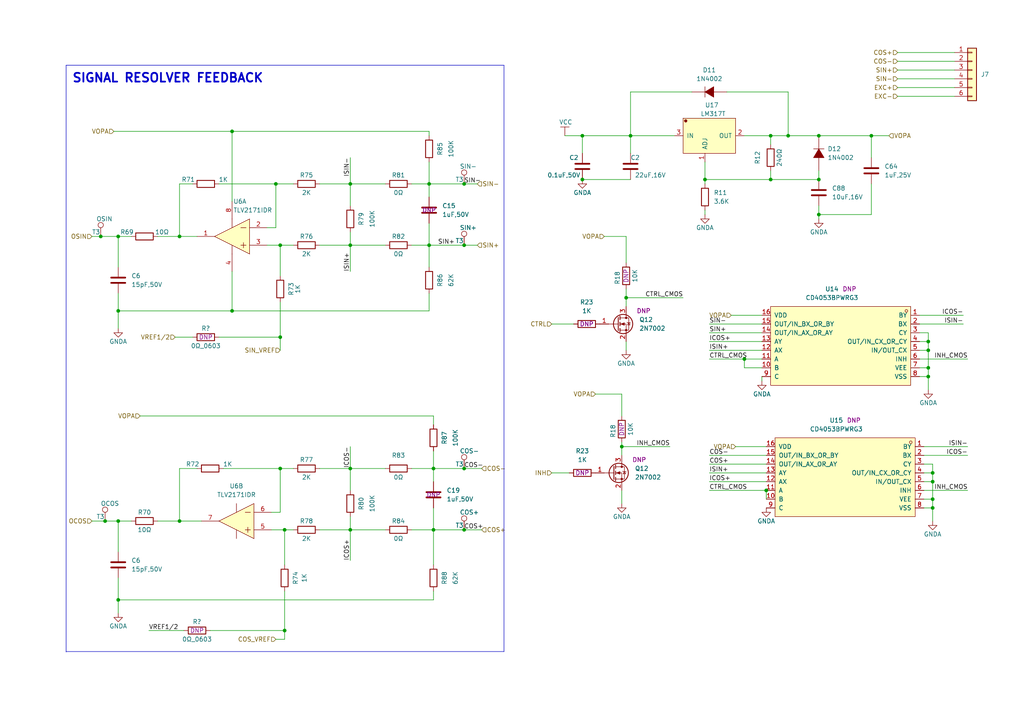
<source format=kicad_sch>
(kicad_sch (version 20230121) (generator eeschema)
  (paper "A4")
  (title_block (title "HPM5300RDCRevB") (date "2025-02-17") (rev "B") (comment 1 "RDC_SINCOS"))
  (junction (at 237.49 62.23))
  (junction (at 101.6 53.34))
  (junction (at 34.29 90.17))
  (junction (at 180.34 129.54))
  (junction (at 270.51 144.78))
  (junction (at 124.46 71.12))
  (junction (at 82.55 153.67))
  (junction (at 269.24 101.6))
  (junction (at 237.49 52.07))
  (junction (at 134.62 153.67))
  (junction (at 270.51 139.7))
  (junction (at 223.52 52.07))
  (junction (at 52.07 68.58))
  (junction (at 81.28 71.12))
  (junction (at 237.49 39.37))
  (junction (at 222.25 142.24))
  (junction (at 101.6 71.12))
  (junction (at 81.28 97.79))
  (junction (at 101.6 135.89))
  (junction (at 215.9 104.14))
  (junction (at 101.6 153.67))
  (junction (at 168.91 39.37))
  (junction (at 228.6 39.37))
  (junction (at 124.46 53.34))
  (junction (at 82.55 182.88))
  (junction (at 134.62 71.12))
  (junction (at 269.24 99.06))
  (junction (at 269.24 109.22))
  (junction (at 67.31 38.1))
  (junction (at 34.29 173.99))
  (junction (at 270.51 137.16))
  (junction (at 125.73 135.89))
  (junction (at 30.48 151.13))
  (junction (at 204.47 52.07))
  (junction (at 134.62 53.34))
  (junction (at 181.61 86.36))
  (junction (at 125.73 153.67))
  (junction (at 52.07 151.13))
  (junction (at 67.31 90.17))
  (junction (at 29.21 68.58))
  (junction (at 34.29 68.58))
  (junction (at 80.01 53.34))
  (junction (at 182.88 39.37))
  (junction (at 134.62 135.89))
  (junction (at 34.29 151.13))
  (junction (at 270.51 147.32))
  (junction (at 168.91 52.07))
  (junction (at 252.73 39.37))
  (junction (at 223.52 39.37))
  (junction (at 81.28 135.89))
  (junction (at 269.24 106.68))
  (wire (pts (xy 267.97 132.08) (xy 280.67 132.08)))
  (wire (pts (xy 63.5 97.79) (xy 81.28 97.79)))
  (wire (pts (xy 38.1 68.58) (xy 34.29 68.58)))
  (wire (pts (xy 139.7 153.67) (xy 134.62 153.67)))
  (wire (pts (xy 269.24 99.06) (xy 269.24 101.6)))
  (wire (pts (xy 180.34 120.65) (xy 180.34 114.3)))
  (wire (pts (xy 119.38 53.34) (xy 124.46 53.34)))
  (wire (pts (xy 63.5 53.34) (xy 80.01 53.34)))
  (wire (pts (xy 181.61 88.9) (xy 181.61 86.36)))
  (wire (pts (xy 57.15 68.58) (xy 52.07 68.58)))
  (wire (pts (xy 181.61 101.6) (xy 181.61 99.06)))
  (wire (pts (xy 228.6 26.67) (xy 228.6 39.37)))
  (wire (pts (xy 204.47 62.23) (xy 204.47 60.96)))
  (wire (pts (xy 267.97 147.32) (xy 270.51 147.32)))
  (wire (pts (xy 119.38 71.12) (xy 124.46 71.12)))
  (wire (pts (xy 101.6 135.89) (xy 111.76 135.89)))
  (wire (pts (xy 81.28 148.59) (xy 81.28 135.89)))
  (wire (pts (xy 260.35 22.86) (xy 276.86 22.86)))
  (wire (pts (xy 220.98 106.68) (xy 215.9 106.68)))
  (wire (pts (xy 215.9 104.14) (xy 220.98 104.14)))
  (wire (pts (xy 266.7 101.6) (xy 269.24 101.6)))
  (wire (pts (xy 222.25 139.7) (xy 205.74 139.7)))
  (wire (pts (xy 67.31 78.74) (xy 67.31 90.17)))
  (wire (pts (xy 124.46 77.47) (xy 124.46 71.12)))
  (wire (pts (xy 215.9 106.68) (xy 215.9 104.14)))
  (wire (pts (xy 252.73 62.23) (xy 237.49 62.23)))
  (wire (pts (xy 101.6 149.86) (xy 101.6 153.67)))
  (wire (pts (xy 267.97 144.78) (xy 270.51 144.78)))
  (wire (pts (xy 80.01 53.34) (xy 80.01 66.04)))
  (wire (pts (xy 266.7 106.68) (xy 269.24 106.68)))
  (wire (pts (xy 134.62 153.67) (xy 125.73 153.67)))
  (wire (pts (xy 269.24 101.6) (xy 269.24 106.68)))
  (wire (pts (xy 101.6 59.69) (xy 101.6 53.34)))
  (wire (pts (xy 168.91 39.37) (xy 168.91 44.45)))
  (wire (pts (xy 160.02 137.16) (xy 165.1 137.16)))
  (wire (pts (xy 52.07 151.13) (xy 58.42 151.13)))
  (wire (pts (xy 52.07 53.34) (xy 52.07 68.58)))
  (wire (pts (xy 77.47 71.12) (xy 81.28 71.12)))
  (wire (pts (xy 78.74 148.59) (xy 81.28 148.59)))
  (wire (pts (xy 182.88 26.67) (xy 182.88 39.37)))
  (wire (pts (xy 172.72 114.3) (xy 180.34 114.3)))
  (polyline (pts (xy 19.177 188.976) (xy 146.177 188.976)))
  (wire (pts (xy 180.34 132.08) (xy 180.34 129.54)))
  (wire (pts (xy 81.28 80.01) (xy 81.28 71.12)))
  (wire (pts (xy 45.72 151.13) (xy 52.07 151.13)))
  (wire (pts (xy 34.29 160.02) (xy 34.29 151.13)))
  (wire (pts (xy 220.98 110.49) (xy 220.98 109.22)))
  (wire (pts (xy 67.31 38.1) (xy 124.46 38.1)))
  (wire (pts (xy 228.6 39.37) (xy 237.49 39.37)))
  (wire (pts (xy 213.36 129.54) (xy 222.25 129.54)))
  (wire (pts (xy 210.82 26.67) (xy 228.6 26.67)))
  (polyline (pts (xy 146.177 18.923) (xy 19.177 18.923)))
  (wire (pts (xy 260.35 15.24) (xy 276.86 15.24)))
  (wire (pts (xy 204.47 46.99) (xy 204.47 52.07)))
  (wire (pts (xy 33.02 38.1) (xy 67.31 38.1)))
  (wire (pts (xy 223.52 49.53) (xy 223.52 52.07)))
  (wire (pts (xy 67.31 90.17) (xy 124.46 90.17)))
  (wire (pts (xy 204.47 52.07) (xy 204.47 53.34)))
  (wire (pts (xy 81.28 97.79) (xy 81.28 101.6)))
  (wire (pts (xy 78.74 153.67) (xy 82.55 153.67)))
  (wire (pts (xy 101.6 153.67) (xy 101.6 162.56)))
  (wire (pts (xy 124.46 53.34) (xy 134.62 53.34)))
  (wire (pts (xy 34.29 173.99) (xy 34.29 177.8)))
  (wire (pts (xy 266.7 93.98) (xy 279.4 93.98)))
  (wire (pts (xy 34.29 90.17) (xy 67.31 90.17)))
  (wire (pts (xy 125.73 120.65) (xy 40.64 120.65)))
  (wire (pts (xy 267.97 142.24) (xy 280.67 142.24)))
  (wire (pts (xy 125.73 153.67) (xy 125.73 163.83)))
  (wire (pts (xy 223.52 52.07) (xy 237.49 52.07)))
  (wire (pts (xy 125.73 147.32) (xy 125.73 153.67)))
  (wire (pts (xy 101.6 71.12) (xy 101.6 78.74)))
  (wire (pts (xy 267.97 139.7) (xy 270.51 139.7)))
  (wire (pts (xy 125.73 123.19) (xy 125.73 120.65)))
  (wire (pts (xy 180.34 129.54) (xy 194.31 129.54)))
  (wire (pts (xy 80.01 185.42) (xy 82.55 185.42)))
  (wire (pts (xy 81.28 71.12) (xy 85.09 71.12)))
  (wire (pts (xy 168.91 39.37) (xy 182.88 39.37)))
  (wire (pts (xy 81.28 87.63) (xy 81.28 97.79)))
  (wire (pts (xy 82.55 171.45) (xy 82.55 182.88)))
  (wire (pts (xy 55.88 53.34) (xy 52.07 53.34)))
  (wire (pts (xy 223.52 39.37) (xy 228.6 39.37)))
  (wire (pts (xy 34.29 85.09) (xy 34.29 90.17)))
  (wire (pts (xy 205.74 104.14) (xy 215.9 104.14)))
  (wire (pts (xy 212.09 91.44) (xy 220.98 91.44)))
  (wire (pts (xy 124.46 85.09) (xy 124.46 90.17)))
  (wire (pts (xy 124.46 57.15) (xy 124.46 53.34)))
  (wire (pts (xy 180.34 146.05) (xy 180.34 142.24)))
  (wire (pts (xy 266.7 91.44) (xy 279.4 91.44)))
  (wire (pts (xy 139.7 135.89) (xy 134.62 135.89)))
  (wire (pts (xy 92.71 71.12) (xy 101.6 71.12)))
  (wire (pts (xy 175.26 68.58) (xy 181.61 68.58)))
  (wire (pts (xy 205.74 101.6) (xy 220.98 101.6)))
  (polyline (pts (xy 19.177 18.923) (xy 19.177 189.103)))
  (wire (pts (xy 34.29 90.17) (xy 34.29 95.25)))
  (wire (pts (xy 205.74 93.98) (xy 220.98 93.98)))
  (wire (pts (xy 125.73 139.7) (xy 125.73 135.89)))
  (wire (pts (xy 270.51 144.78) (xy 270.51 147.32)))
  (wire (pts (xy 168.91 52.07) (xy 182.88 52.07)))
  (wire (pts (xy 80.01 66.04) (xy 77.47 66.04)))
  (wire (pts (xy 270.51 134.62) (xy 270.51 137.16)))
  (wire (pts (xy 222.25 134.62) (xy 205.74 134.62)))
  (wire (pts (xy 34.29 167.64) (xy 34.29 173.99)))
  (wire (pts (xy 125.73 135.89) (xy 134.62 135.89)))
  (wire (pts (xy 82.55 153.67) (xy 85.09 153.67)))
  (wire (pts (xy 266.7 96.52) (xy 269.24 96.52)))
  (wire (pts (xy 260.35 25.4) (xy 276.86 25.4)))
  (wire (pts (xy 270.51 147.32) (xy 270.51 151.13)))
  (wire (pts (xy 82.55 185.42) (xy 82.55 182.88)))
  (wire (pts (xy 92.71 135.89) (xy 101.6 135.89)))
  (wire (pts (xy 80.01 53.34) (xy 85.09 53.34)))
  (wire (pts (xy 205.74 99.06) (xy 220.98 99.06)))
  (wire (pts (xy 134.62 71.12) (xy 138.43 71.12)))
  (wire (pts (xy 34.29 68.58) (xy 29.21 68.58)))
  (wire (pts (xy 50.8 97.79) (xy 55.88 97.79)))
  (wire (pts (xy 52.07 135.89) (xy 52.07 151.13)))
  (wire (pts (xy 267.97 129.54) (xy 280.67 129.54)))
  (wire (pts (xy 82.55 163.83) (xy 82.55 153.67)))
  (wire (pts (xy 266.7 104.14) (xy 280.67 104.14)))
  (wire (pts (xy 260.35 17.78) (xy 276.86 17.78)))
  (wire (pts (xy 134.62 53.34) (xy 138.43 53.34)))
  (wire (pts (xy 29.21 68.58) (xy 26.67 68.58)))
  (wire (pts (xy 269.24 106.68) (xy 269.24 109.22)))
  (wire (pts (xy 266.7 99.06) (xy 269.24 99.06)))
  (wire (pts (xy 101.6 135.89) (xy 101.6 142.24)))
  (wire (pts (xy 92.71 53.34) (xy 101.6 53.34)))
  (wire (pts (xy 125.73 171.45) (xy 125.73 173.99)))
  (wire (pts (xy 181.61 86.36) (xy 198.12 86.36)))
  (wire (pts (xy 252.73 39.37) (xy 257.81 39.37)))
  (wire (pts (xy 266.7 109.22) (xy 269.24 109.22)))
  (wire (pts (xy 101.6 67.31) (xy 101.6 71.12)))
  (wire (pts (xy 181.61 76.2) (xy 181.61 68.58)))
  (wire (pts (xy 124.46 39.37) (xy 124.46 38.1)))
  (wire (pts (xy 125.73 130.81) (xy 125.73 135.89)))
  (wire (pts (xy 237.49 49.53) (xy 237.49 52.07)))
  (wire (pts (xy 57.15 135.89) (xy 52.07 135.89)))
  (wire (pts (xy 81.28 135.89) (xy 64.77 135.89)))
  (wire (pts (xy 124.46 71.12) (xy 134.62 71.12)))
  (wire (pts (xy 260.35 27.94) (xy 276.86 27.94)))
  (polyline (pts (xy 146.177 188.976) (xy 146.177 18.923)))
  (wire (pts (xy 101.6 45.72) (xy 101.6 53.34)))
  (wire (pts (xy 181.61 86.36) (xy 181.61 83.82)))
  (wire (pts (xy 223.52 41.91) (xy 223.52 39.37)))
  (wire (pts (xy 38.1 151.13) (xy 34.29 151.13)))
  (wire (pts (xy 222.25 137.16) (xy 205.74 137.16)))
  (wire (pts (xy 180.34 129.54) (xy 180.34 128.27)))
  (wire (pts (xy 252.73 53.34) (xy 252.73 62.23)))
  (wire (pts (xy 182.88 44.45) (xy 182.88 39.37)))
  (wire (pts (xy 205.74 142.24) (xy 222.25 142.24)))
  (wire (pts (xy 52.07 68.58) (xy 45.72 68.58)))
  (wire (pts (xy 237.49 59.69) (xy 237.49 62.23)))
  (wire (pts (xy 269.24 109.22) (xy 269.24 113.03)))
  (wire (pts (xy 101.6 53.34) (xy 111.76 53.34)))
  (wire (pts (xy 204.47 52.07) (xy 223.52 52.07)))
  (wire (pts (xy 125.73 153.67) (xy 119.38 153.67)))
  (wire (pts (xy 215.9 39.37) (xy 223.52 39.37)))
  (wire (pts (xy 237.49 63.5) (xy 237.49 62.23)))
  (wire (pts (xy 163.83 39.37) (xy 168.91 39.37)))
  (wire (pts (xy 267.97 137.16) (xy 270.51 137.16)))
  (wire (pts (xy 222.25 132.08) (xy 205.74 132.08)))
  (wire (pts (xy 30.48 151.13) (xy 26.67 151.13)))
  (wire (pts (xy 101.6 129.54) (xy 101.6 135.89)))
  (wire (pts (xy 92.71 153.67) (xy 101.6 153.67)))
  (wire (pts (xy 34.29 151.13) (xy 30.48 151.13)))
  (wire (pts (xy 182.88 39.37) (xy 195.58 39.37)))
  (wire (pts (xy 125.73 135.89) (xy 119.38 135.89)))
  (wire (pts (xy 60.96 182.88) (xy 82.55 182.88)))
  (wire (pts (xy 182.88 26.67) (xy 200.66 26.67)))
  (wire (pts (xy 260.35 20.32) (xy 276.86 20.32)))
  (wire (pts (xy 237.49 39.37) (xy 252.73 39.37)))
  (wire (pts (xy 252.73 39.37) (xy 252.73 45.72)))
  (wire (pts (xy 67.31 58.42) (xy 67.31 38.1)))
  (wire (pts (xy 205.74 96.52) (xy 220.98 96.52)))
  (wire (pts (xy 124.46 46.99) (xy 124.46 53.34)))
  (wire (pts (xy 222.25 144.78) (xy 222.25 142.24)))
  (wire (pts (xy 267.97 134.62) (xy 270.51 134.62)))
  (wire (pts (xy 124.46 64.77) (xy 124.46 71.12)))
  (wire (pts (xy 85.09 135.89) (xy 81.28 135.89)))
  (wire (pts (xy 270.51 139.7) (xy 270.51 144.78)))
  (wire (pts (xy 101.6 71.12) (xy 111.76 71.12)))
  (wire (pts (xy 34.29 173.99) (xy 125.73 173.99)))
  (wire (pts (xy 101.6 153.67) (xy 111.76 153.67)))
  (wire (pts (xy 270.51 137.16) (xy 270.51 139.7)))
  (wire (pts (xy 34.29 77.47) (xy 34.29 68.58)))
  (wire (pts (xy 160.02 93.98) (xy 166.37 93.98)))
  (wire (pts (xy 269.24 96.52) (xy 269.24 99.06)))
  (wire (pts (xy 43.18 182.88) (xy 53.34 182.88)))
  (text "SIGNAL RESOLVER FEEDBACK" (at 20.828 24.257 0) (effects (font (size 2.54 2.54) (thickness 0.508) bold) (justify left bottom)))
  (label "SIN-" (at 134.62 53.34 0))
  (label "INH_CMOS" (at 194.31 129.54 180))
  (label "ISIN-" (at 279.4 93.98 180))
  (label "VREF1{slash}2" (at 43.18 182.88 0))
  (label "ICOS+" (at 205.74 139.7 0))
  (label "COS+" (at 134.62 153.67 0))
  (label "ISIN-" (at 280.67 129.54 180))
  (label "ICOS-" (at 279.4 91.44 180))
  (label "ISIN+" (at 205.74 137.16 0))
  (label "SIN+" (at 205.74 96.52 0))
  (label "CTRL_CMOS" (at 205.74 142.24 0))
  (label "ISIN+" (at 101.6 78.74 90))
  (label "COS-" (at 134.62 135.89 0))
  (label "ICOS+" (at 101.6 162.56 90))
  (label "ICOS-" (at 101.6 129.54 270))
  (label "COS+" (at 205.74 134.62 0))
  (label "INH_CMOS" (at 280.67 142.24 180))
  (label "ISIN+" (at 205.74 101.6 0))
  (label "CTRL_CMOS" (at 198.12 86.36 180))
  (label "INH_CMOS" (at 280.67 104.14 180))
  (label "ISIN-" (at 101.6 45.72 270))
  (label "SIN+" (at 127 71.12 0))
  (label "COS-" (at 205.74 132.08 0))
  (label "ICOS-" (at 280.67 132.08 180))
  (label "CTRL_CMOS" (at 205.74 104.14 0))
  (label "ICOS+" (at 205.74 99.06 0))
  (label "SIN-" (at 205.74 93.98 0))
  (hierarchical_label "COS-" (shape input) (at 260.35 17.78 180))
  (hierarchical_label "VREF1{slash}2" (shape input) (at 50.8 97.79 180))
  (hierarchical_label "VOPA" (shape input) (at 212.09 91.44 180))
  (hierarchical_label "EXC+" (shape input) (at 260.35 25.4 180))
  (hierarchical_label "OCOS" (shape input) (at 26.67 151.13 180))
  (hierarchical_label "COS-" (shape input) (at 139.7 135.89 0))
  (hierarchical_label "COS_VREF" (shape input) (at 80.01 185.42 180))
  (hierarchical_label "VOPA" (shape input) (at 257.81 39.37 0))
  (hierarchical_label "INH" (shape input) (at 160.02 137.16 180))
  (hierarchical_label "VOPA" (shape input) (at 213.36 129.54 180))
  (hierarchical_label "SIN-" (shape input) (at 138.43 53.34 0))
  (hierarchical_label "VOPA" (shape input) (at 40.64 120.65 180))
  (hierarchical_label "SIN-" (shape input) (at 260.35 22.86 180))
  (hierarchical_label "SIN_VREF" (shape input) (at 81.28 101.6 180))
  (hierarchical_label "VOPA" (shape input) (at 33.02 38.1 180))
  (hierarchical_label "VOPA" (shape input) (at 175.26 68.58 180))
  (hierarchical_label "COS+" (shape input) (at 260.35 15.24 180))
  (hierarchical_label "EXC-" (shape input) (at 260.35 27.94 180))
  (hierarchical_label "CTRL" (shape input) (at 160.02 93.98 180))
  (hierarchical_label "OSIN" (shape input) (at 26.67 68.58 180))
  (hierarchical_label "SIN+" (shape input) (at 138.43 71.12 0))
  (hierarchical_label "SIN+" (shape input) (at 260.35 20.32 180))
  (hierarchical_label "COS+" (shape input) (at 139.7 153.67 0))
  (hierarchical_label "VOPA" (shape input) (at 172.72 114.3 180))
  (symbol (lib_id "power:GNDA") (at 181.61 101.6 0) (unit 1)
    (property "Reference" "#PWR?" (effects hide))
    (property "Value" "GNDA" (at 181.61 105.41 0))
    (instances (project "HPM5300-POWER" (path "" (reference "#PWR?") (unit 1))) (project "HPM5300RDCRevB" (path "" (reference "#PWR041") (unit 1)) (path "" (reference "#PWR013") (unit 1)) (path "" (reference "#PWR078") (unit 1))))
  )
  (symbol (lib_id "02_HPM_Resistor:10K_0603") (at 181.61 80.01 270) (unit 1)
    (property "Reference" "R18" (at 179.07 82.55 0) (effects (justify right)))
    (property "Value" "10K" (at 184.15 80.01 0))
    (property "Footprint" "02_HPM_Resistor:R_0603_1608Metric" (effects hide))
    (property "Model" "RC0603FR-0710KL\n" (effects hide))
    (property "Company" "YAGEO\n" (effects hide))
    (property "ASSY_OPT" "DNP" (at 181.61 80.01 0))
    (instances (project "HPM5300RDCRevB" (path "" (reference "R18") (unit 1)) (path "" (reference "R116") (unit 1))))
  )
  (symbol (lib_id "power:GNDA") (at 269.24 113.03 0) (unit 1)
    (property "Reference" "#PWR?" (effects hide))
    (property "Value" "GNDA" (at 269.24 116.84 0))
    (instances (project "HPM5300-POWER" (path "" (reference "#PWR?") (unit 1))) (project "HPM5300RDCRevB" (path "" (reference "#PWR041") (unit 1)) (path "" (reference "#PWR013") (unit 1)) (path "" (reference "#PWR0121") (unit 1))))
  )
  (symbol (lib_id "02_HPM_Resistor:100K_0603") (at 125.73 127 270) (unit 1)
    (property "Reference" "R87" (at 128.905 127 0))
    (property "Value" "100K" (at 132.08 127 0))
    (property "Footprint" "02_HPM_Resistor:R_0603_1608Metric" (effects hide))
    (property "Model" "0603WAF1003T5E" (effects hide))
    (property "Company" "UNI-ROYAL(厚声)" (effects hide))
    (instances (project "HPM5300RDCRevB" (path "" (reference "R87") (unit 1))) (project "RS" (path "" (reference "R49") (unit 1))))
  )
  (symbol (lib_id "02_HPM_Resistor:62K_0603") (at 124.46 81.28 270) (unit 1)
    (property "Reference" "R86" (at 127.635 81.28 0))
    (property "Value" "62K" (at 130.81 81.28 0))
    (property "Footprint" "02_HPM_Resistor:R_0603_1608Metric" (effects hide))
    (property "Model" "RC0603FR-0762KL" (effects hide))
    (property "Company" "YAGEO" (effects hide))
    (instances (project "HPM5300RDCRevB" (path "" (reference "R86") (unit 1))) (project "RS" (path "" (reference "R48") (unit 1))))
  )
  (symbol (lib_id "06_HPM_Function_IC:TLV2171IDR") (at 68.58 151.13 0) (mirror y) (unit 2)
    (property "Reference" "U6" (at 68.58 140.97 0))
    (property "Value" "TLV2171IDR" (at 68.58 143.51 0))
    (property "Footprint" "06_HPM_SO:SOIC-8" (effects hide))
    (property "SuppliersPartNumber" "C468184" (effects hide))
    (property "Model  " "TLV2171IDR" (effects hide))
    (property "Company" " TI(德州仪器) " (effects hide))
    (instances (project "HPM5300RDCRevB" (path "" (reference "U6") (unit 2))) (project "RS" (path "" (reference "U2") (unit 2))))
  )
  (symbol (lib_id "08_HPM_Power_IC:LM317T_C3014307") (at 203.2 39.37 0) (unit 1)
    (property "Reference" "U17" (at 204.47 30.48 0) (effects (justify left)))
    (property "Value" "LM317T" (at 203.2 33.02 0) (effects (justify left)))
    (property "Footprint" "06_HPM_SOT:SOT-223-3_L6.7-W3.7-P2.30-LS7.0-BR" (effects hide))
    (property "SuppliersPartNumber" "C3014307" (effects hide))
    (property "Model  " " UMW(友台半导体) " (effects hide))
    (property "Company" "LM317T" (effects hide))
  )
  (symbol (lib_id "HPM_EVK2:VCC") (at 163.83 39.37 0) (unit 1) (in_bom no) (on_board no)
    (property "Reference" "#PWR041" (effects hide))
    (property "Value" "VCC" (at 164.084 35.433 0))
    (instances (project "HPM5300RDCRevB" (path "" (reference "#PWR041") (unit 1))) (project "RS" (path "" (reference "#PWR0120") (unit 1))))
  )
  (symbol (lib_id "03_HPM_Capacitance:1uF,50V_0603") (at 124.46 60.96 0) (unit 1)
    (property "Reference" "C15" (at 128.27 59.69 0) (effects (justify left)))
    (property "Value" "1uF,50V" (at 128.27 62.23 0) (effects (justify left)))
    (property "Footprint" "03_HPM_Capacitance:C_0603_1608Metric" (effects hide))
    (property "Model" "CL10A105KB8NNNC" (effects hide))
    (property "Company" " SAMSUNG(三星) " (effects hide))
    (property "ASSY_OPT" "DNP" (at 124.46 60.96 0))
  )
  (symbol (lib_id "02_HPM_Resistor:0Ω_0603") (at 59.69 97.79 0) (unit 1)
    (property "Reference" "R?" (at 59.69 95.25 0))
    (property "Value" "0Ω_0603" (at 59.69 100.33 0))
    (property "Footprint" "02_HPM_Resistor:R_0603_1608Metric" (effects hide))
    (property "Model" "0603WAF0000T5E" (effects hide))
    (property "Company" "UNI-ROYAL(厚声)" (effects hide))
    (property "ASSY_OPT" "DNP" (at 59.69 97.79 0))
    (instances (project "HPM5300-POWER" (path "" (reference "R?") (unit 1))) (project "HPM5300RDCRevB" (path "" (reference "R4") (unit 1)) (path "" (reference "R21") (unit 1)) (path "" (reference "R120") (unit 1))))
  )
  (symbol (lib_id "06_HPM_Function_IC:CD4053BPWRG3") (at 242.57 138.43 0) (mirror y) (unit 1)
    (property "Reference" "U15" (at 242.57 121.92 0))
    (property "Value" "CD4053BPWRG3" (at 242.57 124.46 0))
    (property "Footprint" "06_HPM_SO:TSSOP-16_L5.0-W4.4-P0.65-LS6.4-BL" (effects hide))
    (property "SuppliersPartNumber" "C2673150" (effects hide))
    (property "uuid" "pro:d14b28672638441386494509c9adb3f9" (effects hide))
    (property "Model" "CD4053BPWRG3" (effects hide))
    (property "Company" " TI(德州仪器) " (effects hide))
    (property "ASSY_OPT" "DNP" (at 247.65 121.92 0))
    (instances (project "HPM5300RDCRevB" (path "" (reference "U15") (unit 1))) (project "RS" (path "" (reference "U6") (unit 1))))
  )
  (symbol (lib_id "03_HPM_Capacitance:22uF,16V,_0805") (at 182.88 48.26 0) (unit 1)
    (property "Reference" "C2" (at 182.88 45.72 0) (effects (justify left)))
    (property "Value" "22uF,16V" (at 184.15 50.8 0) (effects (justify left)))
    (property "Footprint" "03_HPM_Capacitance:C_0805_2012Metric" (effects hide))
    (property "Model" " CL21A226MOQNNNE" (effects hide))
    (property "Company" " SAMSUNG(三星)" (effects hide))
    (instances (project "HPM5300RDCRevB" (path "" (reference "C2") (unit 1)) (path "" (reference "C71") (unit 1))))
  )
  (symbol (lib_id "03_HPM_Capacitance:15pF,50V,0603") (at 34.29 163.83 0) (unit 1)
    (property "Reference" "C6" (at 38.1 162.56 0) (effects (justify left)))
    (property "Value" "15pF,50V" (at 38.1 165.1 0) (effects (justify left)))
    (property "Footprint" "03_HPM_Capacitance:C_0603_1608Metric" (effects hide))
    (property "Model" "CL10C150JB8NNNC" (effects hide))
    (property "Company" " SAMSUNG(三星) " (effects hide))
    (instances (project "HPM5300RDCRevB" (path "" (reference "C6") (unit 1)) (path "" (reference "C14") (unit 1))) (project "RS" (path "" (reference "C9") (unit 1))))
  )
  (symbol (lib_name "0Ω_0603_1") (lib_id "02_HPM_Resistor:0Ω_0603") (at 115.57 53.34 180) (unit 1)
    (property "Reference" "R81" (at 115.57 50.8 0))
    (property "Value" "0Ω" (at 115.57 55.88 0))
    (property "Footprint" "02_HPM_Resistor:R_0603_1608Metric" (effects hide))
    (property "Model" "0603WAF0000T5E" (effects hide))
    (property "Company" "UNI-ROYAL(厚声)" (effects hide))
    (instances (project "HPM5300RDCRevB" (path "" (reference "R81") (unit 1))) (project "RS" (path "" (reference "R43") (unit 1))))
  )
  (symbol (lib_id "03_HPM_Capacitance:1uF,50V_0603") (at 125.73 143.51 0) (unit 1)
    (property "Reference" "C19" (at 129.54 142.24 0) (effects (justify left)))
    (property "Value" "1uF,50V" (at 129.54 144.78 0) (effects (justify left)))
    (property "Footprint" "03_HPM_Capacitance:C_0603_1608Metric" (effects hide))
    (property "Model" "CL10A105KB8NNNC" (effects hide))
    (property "Company" " SAMSUNG(三星) " (effects hide))
    (property "ASSY_OPT" "DNP" (at 125.73 143.51 0))
  )
  (symbol (lib_id "04_HPM_Diode:2N7002") (at 177.8 137.16 0) (unit 1)
    (property "Reference" "Q12" (at 184.15 135.89 0) (effects (justify left)))
    (property "Value" "2N7002" (at 184.15 138.43 0) (effects (justify left)))
    (property "Footprint" "06_HPM_SOT:SOT-23" (effects hide))
    (property "Model" "2N7002" (effects hide))
    (property "Company" " CJ(江苏长电/长晶) " (effects hide))
    (property "ASSY_OPT" "DNP" (at 185.42 133.35 0))
    (instances (project "HPM5300RDCRevB" (path "" (reference "Q12") (unit 1)) (path "" (reference "Q20") (unit 1))))
  )
  (symbol (lib_id "Connector:TestPoint") (at 134.62 135.89 0) (unit 1)
    (property "Reference" "T3" (at 132.08 134.62 0) (effects (justify left)))
    (property "Value" "COS-" (at 133.35 130.81 0) (effects (justify left)))
    (property "Footprint" "01_HPM_Peripheral:TestPoint_Pad_D1.0mm" (effects hide))
    (instances (project "HPM5300RDCRevB" (path "" (reference "T3") (unit 1)) (path "" (reference "T6") (unit 1))) (project "RS" (path "" (reference "T17") (unit 1))))
  )
  (symbol (lib_id "02_HPM_Resistor:10K_0603") (at 60.96 135.89 180) (unit 1)
    (property "Reference" "R72" (at 55.88 134.62 0))
    (property "Value" "1K" (at 66.04 134.62 0))
    (property "Footprint" "02_HPM_Resistor:R_0603_1608Metric" (effects hide))
    (property "Model" "RC0603FR-0710KL\n" (effects hide))
    (property "Company" "YAGEO\n" (effects hide))
    (instances (project "HPM5300RDCRevB" (path "" (reference "R72") (unit 1))) (project "RS" (path "" (reference "R34") (unit 1))))
  )
  (symbol (lib_id "02_HPM_Resistor:10Ω_0603") (at 41.91 151.13 180) (unit 1)
    (property "Reference" "R70" (at 41.91 148.59 0))
    (property "Value" "10Ω" (at 41.91 153.67 0))
    (property "Footprint" "02_HPM_Resistor:R_0603_1608Metric" (effects hide))
    (property "Model" " 0603WAF100JT5E" (effects hide))
    (property "Company" " UNI-ROYAL(厚声) " (effects hide))
    (instances (project "HPM5300RDCRevB" (path "" (reference "R70") (unit 1))) (project "RS" (path "" (reference "R32") (unit 1))))
  )
  (symbol (lib_id "power:GNDA") (at 34.29 177.8 0) (unit 1)
    (property "Reference" "#PWR?" (effects hide))
    (property "Value" "GNDA" (at 34.29 181.61 0))
    (instances (project "HPM5300-POWER" (path "" (reference "#PWR?") (unit 1))) (project "HPM5300RDCRevB" (path "" (reference "#PWR041") (unit 1)) (path "" (reference "#PWR013") (unit 1)) (path "" (reference "#PWR047") (unit 1))))
  )
  (symbol (lib_id "02_HPM_Resistor:10K_0603") (at 59.69 53.34 180) (unit 1)
    (property "Reference" "R71" (at 54.61 52.07 0))
    (property "Value" "1K" (at 64.77 52.07 0))
    (property "Footprint" "02_HPM_Resistor:R_0603_1608Metric" (effects hide))
    (property "Model" "RC0603FR-0710KL\n" (effects hide))
    (property "Company" "YAGEO\n" (effects hide))
    (instances (project "HPM5300RDCRevB" (path "" (reference "R71") (unit 1))) (project "RS" (path "" (reference "R33") (unit 1))))
  )
  (symbol (lib_id "Connector:TestPoint") (at 30.48 151.13 0) (unit 1)
    (property "Reference" "T3" (at 27.94 149.86 0) (effects (justify left)))
    (property "Value" "OCOS" (at 29.21 146.05 0) (effects (justify left)))
    (property "Footprint" "01_HPM_Peripheral:TestPoint_Pad_D1.0mm" (effects hide))
    (instances (project "HPM5300RDCRevB" (path "" (reference "T3") (unit 1)) (path "" (reference "T10") (unit 1))) (project "RS" (path "" (reference "T17") (unit 1))))
  )
  (symbol (lib_id "02_HPM_Resistor:62K_0603") (at 125.73 167.64 270) (unit 1)
    (property "Reference" "R88" (at 128.905 167.64 0))
    (property "Value" "62K" (at 132.08 167.64 0))
    (property "Footprint" "02_HPM_Resistor:R_0603_1608Metric" (effects hide))
    (property "Model" "RC0603FR-0762KL" (effects hide))
    (property "Company" "YAGEO" (effects hide))
    (instances (project "HPM5300RDCRevB" (path "" (reference "R88") (unit 1))) (project "RS" (path "" (reference "R50") (unit 1))))
  )
  (symbol (lib_name "0Ω_0603_2") (lib_id "02_HPM_Resistor:0Ω_0603") (at 115.57 135.89 180) (unit 1)
    (property "Reference" "R83" (at 115.57 132.08 0))
    (property "Value" "0Ω" (at 115.57 138.43 0))
    (property "Footprint" "02_HPM_Resistor:R_0603_1608Metric" (effects hide))
    (property "Model" "0603WAF0000T5E" (effects hide))
    (property "Company" "UNI-ROYAL(厚声)" (effects hide))
    (instances (project "HPM5300RDCRevB" (path "" (reference "R83") (unit 1))) (project "RS" (path "" (reference "R45") (unit 1))))
  )
  (symbol (lib_id "02_HPM_Resistor:10K_0603") (at 81.28 83.82 270) (unit 1)
    (property "Reference" "R73" (at 84.455 83.82 0))
    (property "Value" "1K" (at 86.36 83.82 0))
    (property "Footprint" "02_HPM_Resistor:R_0603_1608Metric" (effects hide))
    (property "Model" "RC0603FR-0710KL\n" (effects hide))
    (property "Company" "YAGEO\n" (effects hide))
    (instances (project "HPM5300RDCRevB" (path "" (reference "R73") (unit 1))) (project "RS" (path "" (reference "R35") (unit 1))))
  )
  (symbol (lib_id "Connector:TestPoint") (at 134.62 53.34 0) (unit 1)
    (property "Reference" "T3" (at 132.08 52.07 0) (effects (justify left)))
    (property "Value" "SIN-" (at 133.35 48.26 0) (effects (justify left)))
    (property "Footprint" "01_HPM_Peripheral:TestPoint_Pad_D1.0mm" (effects hide))
    (instances (project "HPM5300RDCRevB" (path "" (reference "T3") (unit 1)) (path "" (reference "T8") (unit 1))) (project "RS" (path "" (reference "T17") (unit 1))))
  )
  (symbol (lib_id "02_HPM_Resistor:10Ω_0603") (at 41.91 68.58 180) (unit 1)
    (property "Reference" "R69" (at 36.83 67.31 0))
    (property "Value" "10Ω" (at 46.99 67.31 0))
    (property "Footprint" "02_HPM_Resistor:R_0603_1608Metric" (effects hide))
    (property "Model" " 0603WAF100JT5E" (effects hide))
    (property "Company" " UNI-ROYAL(厚声) " (effects hide))
    (instances (project "HPM5300RDCRevB" (path "" (reference "R69") (unit 1))) (project "RS" (path "" (reference "R31") (unit 1))))
  )
  (symbol (lib_id "Connector:TestPoint") (at 29.21 68.58 0) (unit 1)
    (property "Reference" "T3" (at 26.67 67.31 0) (effects (justify left)))
    (property "Value" "OSIN" (at 27.94 63.5 0) (effects (justify left)))
    (property "Footprint" "01_HPM_Peripheral:TestPoint_Pad_D1.0mm" (effects hide))
    (instances (project "HPM5300RDCRevB" (path "" (reference "T3") (unit 1)) (path "" (reference "T11") (unit 1))) (project "RS" (path "" (reference "T17") (unit 1))))
  )
  (symbol (lib_id "06_HPM_Function_IC:CD4053BPWRG3") (at 241.3 100.33 0) (mirror y) (unit 1)
    (property "Reference" "U14" (at 241.3 83.82 0))
    (property "Value" "CD4053BPWRG3" (at 241.3 86.36 0))
    (property "Footprint" "06_HPM_SO:TSSOP-16_L5.0-W4.4-P0.65-LS6.4-BL" (effects hide))
    (property "SuppliersPartNumber" "C2673150" (effects hide))
    (property "uuid" "pro:d14b28672638441386494509c9adb3f9" (effects hide))
    (property "Model" "CD4053BPWRG3" (effects hide))
    (property "Company" " TI(德州仪器) " (effects hide))
    (property "ASSY_OPT" "DNP" (at 246.38 83.82 0))
    (instances (project "HPM5300RDCRevB" (path "" (reference "U14") (unit 1))) (project "RS" (path "" (reference "U5") (unit 1))))
  )
  (symbol (lib_id "02_HPM_Resistor:100K_0603") (at 124.46 43.18 270) (unit 1)
    (property "Reference" "R85" (at 127.635 43.18 0))
    (property "Value" "100K" (at 130.81 43.18 0))
    (property "Footprint" "02_HPM_Resistor:R_0603_1608Metric" (effects hide))
    (property "Model" "0603WAF1003T5E" (effects hide))
    (property "Company" "UNI-ROYAL(厚声)" (effects hide))
    (instances (project "HPM5300RDCRevB" (path "" (reference "R85") (unit 1))) (project "RS" (path "" (reference "R47") (unit 1))))
  )
  (symbol (lib_name "0Ω_0603_4") (lib_id "02_HPM_Resistor:0Ω_0603") (at 115.57 153.67 180) (unit 1)
    (property "Reference" "R84" (at 115.57 151.13 0))
    (property "Value" "0Ω" (at 115.57 156.21 0))
    (property "Footprint" "02_HPM_Resistor:R_0603_1608Metric" (effects hide))
    (property "Model" "0603WAF0000T5E" (effects hide))
    (property "Company" "UNI-ROYAL(厚声)" (effects hide))
    (instances (project "HPM5300RDCRevB" (path "" (reference "R84") (unit 1))) (project "RS" (path "" (reference "R46") (unit 1))))
  )
  (symbol (lib_name "3.3K_0603_1") (lib_id "02_HPM_Resistor:3.3K_0603") (at 88.9 53.34 180) (unit 1)
    (property "Reference" "R75" (at 88.9 50.8 0))
    (property "Value" "2K" (at 88.9 55.88 0))
    (property "Footprint" "02_HPM_Resistor:R_0603_1608Metric" (effects hide))
    (property "Model" "RC0603FR-073K3L" (effects hide))
    (property "Company" "YAGEO" (effects hide))
    (instances (project "HPM5300RDCRevB" (path "" (reference "R75") (unit 1))) (project "RS" (path "" (reference "R37") (unit 1))))
  )
  (symbol (lib_id "02_HPM_Resistor:0Ω_0603") (at 57.15 182.88 0) (unit 1)
    (property "Reference" "R?" (at 57.15 180.34 0))
    (property "Value" "0Ω_0603" (at 57.15 185.42 0))
    (property "Footprint" "02_HPM_Resistor:R_0603_1608Metric" (effects hide))
    (property "Model" "0603WAF0000T5E" (effects hide))
    (property "Company" "UNI-ROYAL(厚声)" (effects hide))
    (property "ASSY_OPT" "DNP" (at 57.15 182.88 0))
    (instances (project "HPM5300-POWER" (path "" (reference "R?") (unit 1))) (project "HPM5300RDCRevB" (path "" (reference "R4") (unit 1)) (path "" (reference "R21") (unit 1)) (path "" (reference "R113") (unit 1))))
  )
  (symbol (lib_id "power:GNDA") (at 34.29 95.25 0) (unit 1)
    (property "Reference" "#PWR?" (effects hide))
    (property "Value" "GNDA" (at 34.29 99.06 0))
    (instances (project "HPM5300-POWER" (path "" (reference "#PWR?") (unit 1))) (project "HPM5300RDCRevB" (path "" (reference "#PWR041") (unit 1)) (path "" (reference "#PWR013") (unit 1)) (path "" (reference "#PWR030") (unit 1))))
  )
  (symbol (lib_id "04_HPM_Diode:2N7002") (at 179.07 93.98 0) (unit 1)
    (property "Reference" "Q12" (at 185.42 92.71 0) (effects (justify left)))
    (property "Value" "2N7002" (at 185.42 95.25 0) (effects (justify left)))
    (property "Footprint" "06_HPM_SOT:SOT-23" (effects hide))
    (property "Model" "2N7002" (effects hide))
    (property "Company" " CJ(江苏长电/长晶) " (effects hide))
    (property "ASSY_OPT" "DNP" (at 186.69 90.17 0))
    (instances (project "HPM5300RDCRevB" (path "" (reference "Q12") (unit 1)) (path "" (reference "Q21") (unit 1))))
  )
  (symbol (lib_id "power:GNDA") (at 180.34 146.05 0) (unit 1)
    (property "Reference" "#PWR?" (effects hide))
    (property "Value" "GNDA" (at 180.34 149.86 0))
    (instances (project "HPM5300-POWER" (path "" (reference "#PWR?") (unit 1))) (project "HPM5300RDCRevB" (path "" (reference "#PWR041") (unit 1)) (path "" (reference "#PWR013") (unit 1)) (path "" (reference "#PWR0117") (unit 1))))
  )
  (symbol (lib_id "power:GNDA") (at 270.51 151.13 0) (unit 1)
    (property "Reference" "#PWR?" (effects hide))
    (property "Value" "GNDA" (at 270.51 154.94 0))
    (instances (project "HPM5300-POWER" (path "" (reference "#PWR?") (unit 1))) (project "HPM5300RDCRevB" (path "" (reference "#PWR041") (unit 1)) (path "" (reference "#PWR013") (unit 1)) (path "" (reference "#PWR0120") (unit 1))))
  )
  (symbol (lib_id "Connector:TestPoint") (at 134.62 153.67 0) (unit 1)
    (property "Reference" "T3" (at 132.08 152.4 0) (effects (justify left)))
    (property "Value" "COS+" (at 133.35 148.59 0) (effects (justify left)))
    (property "Footprint" "01_HPM_Peripheral:TestPoint_Pad_D1.0mm" (effects hide))
    (instances (project "HPM5300RDCRevB" (path "" (reference "T3") (unit 1)) (path "" (reference "T7") (unit 1))) (project "RS" (path "" (reference "T17") (unit 1))))
  )
  (symbol (lib_id "03_HPM_Capacitance:10uF,16V_0603") (at 237.49 55.88 0) (unit 1)
    (property "Reference" "C88" (at 241.3 54.61 0) (effects (justify left)))
    (property "Value" "10uF,16V" (at 241.3 57.15 0) (effects (justify left)))
    (property "Footprint" "03_HPM_Capacitance:C_0603_1608Metric" (effects hide))
    (property "Model" "CL10A106KO8NQNC" (effects hide))
    (property "Company" " SAMSUNG(三星)" (effects hide))
  )
  (symbol (lib_id "02_HPM_Resistor:3.3K_0603") (at 88.9 135.89 180) (unit 1)
    (property "Reference" "R77" (at 88.9 133.35 0))
    (property "Value" "2K" (at 88.9 138.43 0))
    (property "Footprint" "02_HPM_Resistor:R_0603_1608Metric" (effects hide))
    (property "Model" "RC0603FR-073K3L" (effects hide))
    (property "Company" "YAGEO" (effects hide))
    (instances (project "HPM5300RDCRevB" (path "" (reference "R77") (unit 1))) (project "RS" (path "" (reference "R39") (unit 1))))
  )
  (symbol (lib_id "power:GNDA") (at 237.49 63.5 0) (unit 1)
    (property "Reference" "#PWR?" (effects hide))
    (property "Value" "GNDA" (at 237.49 67.31 0))
    (instances (project "HPM5300-POWER" (path "" (reference "#PWR?") (unit 1))) (project "HPM5300RDCRevB" (path "" (reference "#PWR041") (unit 1)) (path "" (reference "#PWR013") (unit 1)) (path "" (reference "#PWR042") (unit 1))))
  )
  (symbol (lib_id "03_HPM_Capacitance:15pF,50V,0603") (at 34.29 81.28 0) (unit 1)
    (property "Reference" "C6" (at 38.1 80.01 0) (effects (justify left)))
    (property "Value" "15pF,50V" (at 38.1 82.55 0) (effects (justify left)))
    (property "Footprint" "03_HPM_Capacitance:C_0603_1608Metric" (effects hide))
    (property "Model" "CL10C150JB8NNNC" (effects hide))
    (property "Company" " SAMSUNG(三星) " (effects hide))
    (instances (project "HPM5300RDCRevB" (path "" (reference "C6") (unit 1)) (path "" (reference "C13") (unit 1))) (project "RS" (path "" (reference "C9") (unit 1))))
  )
  (symbol (lib_id "02_HPM_Resistor:3.3K_0603") (at 88.9 71.12 180) (unit 1)
    (property "Reference" "R76" (at 88.9 68.58 0))
    (property "Value" "2K" (at 88.9 73.66 0))
    (property "Footprint" "02_HPM_Resistor:R_0603_1608Metric" (effects hide))
    (property "Model" "RC0603FR-073K3L" (effects hide))
    (property "Company" "YAGEO" (effects hide))
    (instances (project "HPM5300RDCRevB" (path "" (reference "R76") (unit 1))) (project "RS" (path "" (reference "R38") (unit 1))))
  )
  (symbol (lib_id "power:GNDA") (at 168.91 52.07 0) (unit 1)
    (property "Reference" "#PWR?" (effects hide))
    (property "Value" "GNDA" (at 168.91 55.88 0))
    (instances (project "HPM5300-POWER" (path "" (reference "#PWR?") (unit 1))) (project "HPM5300RDCRevB" (path "" (reference "#PWR041") (unit 1)) (path "" (reference "#PWR013") (unit 1)) (path "" (reference "#PWR028") (unit 1))))
  )
  (symbol (lib_id "03_HPM_Capacitance:1uF,25V_0603") (at 252.73 49.53 0) (unit 1)
    (property "Reference" "C64" (at 256.54 48.26 0) (effects (justify left)))
    (property "Value" "1uF,25V" (at 256.54 50.8 0) (effects (justify left)))
    (property "Footprint" "03_HPM_Capacitance:C_0603_1608Metric" (effects hide))
    (property "Model" " CC0603KRX5R8BB105" (effects hide))
    (property "Company" "YAGEO" (effects hide))
  )
  (symbol (lib_id "02_HPM_Resistor:10K_0603") (at 180.34 124.46 270) (unit 1)
    (property "Reference" "R18" (at 177.8 127 0) (effects (justify right)))
    (property "Value" "10K" (at 182.88 124.46 0))
    (property "Footprint" "02_HPM_Resistor:R_0603_1608Metric" (effects hide))
    (property "Model" "RC0603FR-0710KL\n" (effects hide))
    (property "Company" "YAGEO\n" (effects hide))
    (property "ASSY_OPT" "DNP" (at 180.34 124.46 0))
    (instances (project "HPM5300RDCRevB" (path "" (reference "R18") (unit 1)) (path "" (reference "R117") (unit 1))))
  )
  (symbol (lib_id "02_HPM_Resistor:1K_0603") (at 168.91 137.16 0) (unit 1)
    (property "Reference" "R23" (at 168.91 130.81 0))
    (property "Value" "1K" (at 168.91 133.35 0))
    (property "Footprint" "02_HPM_Resistor:R_0603_1608Metric" (effects hide))
    (property "Model" "RC0603FR-071KL\n" (effects hide))
    (property "Company" "YAGEO" (effects hide))
    (property "ASSY_OPT" "DNP" (at 168.91 137.16 0))
    (instances (project "HPM5300RDCRevB" (path "" (reference "R23") (unit 1)) (path "" (reference "R119") (unit 1))))
  )
  (symbol (lib_id "power:GNDA") (at 204.47 62.23 0) (unit 1)
    (property "Reference" "#PWR?" (effects hide))
    (property "Value" "GNDA" (at 204.47 66.04 0))
    (instances (project "HPM5300-POWER" (path "" (reference "#PWR?") (unit 1))) (project "HPM5300RDCRevB" (path "" (reference "#PWR041") (unit 1)) (path "" (reference "#PWR013") (unit 1)) (path "" (reference "#PWR039") (unit 1))))
  )
  (symbol (lib_id "02_HPM_Resistor:3.3K_0603") (at 88.9 153.67 180) (unit 1)
    (property "Reference" "R78" (at 88.9 151.13 0))
    (property "Value" "2K" (at 88.9 156.21 0))
    (property "Footprint" "02_HPM_Resistor:R_0603_1608Metric" (effects hide))
    (property "Model" "RC0603FR-073K3L" (effects hide))
    (property "Company" "YAGEO" (effects hide))
    (instances (project "HPM5300RDCRevB" (path "" (reference "R78") (unit 1))) (project "RS" (path "" (reference "R40") (unit 1))))
  )
  (symbol (lib_id "04_HPM_Diode:1N4148W") (at 237.49 44.45 270) (unit 1)
    (property "Reference" "D12" (at 240.03 43.18 90) (effects (justify left)))
    (property "Value" "1N4002" (at 240.03 45.72 90) (effects (justify left)))
    (property "Footprint" "04_HPM_Diode:D_SMA" (effects hide))
    (property "Model" "1N4002" (effects hide))
    (property "Company" " YONGYUTAI(永裕泰) " (effects hide))
  )
  (symbol (lib_id "02_HPM_Resistor:10K_0603") (at 82.55 167.64 270) (unit 1)
    (property "Reference" "R74" (at 85.725 167.64 0))
    (property "Value" "1K" (at 88.265 167.64 0))
    (property "Footprint" "02_HPM_Resistor:R_0603_1608Metric" (effects hide))
    (property "Model" "RC0603FR-0710KL\n" (effects hide))
    (property "Company" "YAGEO\n" (effects hide))
    (instances (project "HPM5300RDCRevB" (path "" (reference "R74") (unit 1))) (project "RS" (path "" (reference "R36") (unit 1))))
  )
  (symbol (lib_id "05_HPM_Connector_FemaleHeader:Conn_01x06") (at 280.67 13.97 0) (unit 1)
    (property "Reference" "J7" (at 284.48 21.59 0) (effects (justify left)))
    (property "Value" "Conn_01x06" (effects hide))
    (property "Footprint" "05_HPM_Connector_KF2EDGR:CONN-TH_6P-P3.81_KF2EDGR-3.81-6P" (effects hide))
    (property "Model" "2.54-1*6P母" (effects hide))
    (property "Company" " BOOMELE(博穆精密)" (effects hide))
    (instances (project "HPM5300RDCRevB" (path "" (reference "J7") (unit 1)) (path "" (reference "J4") (unit 1))))
  )
  (symbol (lib_id "02_HPM_Resistor:1K_0603") (at 170.18 93.98 0) (unit 1)
    (property "Reference" "R23" (at 170.18 87.63 0))
    (property "Value" "1K" (at 170.18 90.17 0))
    (property "Footprint" "02_HPM_Resistor:R_0603_1608Metric" (effects hide))
    (property "Model" "RC0603FR-071KL\n" (effects hide))
    (property "Company" "YAGEO" (effects hide))
    (property "ASSY_OPT" "DNP" (at 170.18 93.98 0))
    (instances (project "HPM5300RDCRevB" (path "" (reference "R23") (unit 1)) (path "" (reference "R118") (unit 1))))
  )
  (symbol (lib_id "power:GNDA") (at 220.98 110.49 0) (unit 1)
    (property "Reference" "#PWR?" (effects hide))
    (property "Value" "GNDA" (at 220.98 114.3 0))
    (instances (project "HPM5300-POWER" (path "" (reference "#PWR?") (unit 1))) (project "HPM5300RDCRevB" (path "" (reference "#PWR041") (unit 1)) (path "" (reference "#PWR013") (unit 1)) (path "" (reference "#PWR0118") (unit 1))))
  )
  (symbol (lib_id "power:GNDA") (at 222.25 147.32 0) (unit 1)
    (property "Reference" "#PWR?" (effects hide))
    (property "Value" "GNDA" (at 222.25 151.13 0))
    (instances (project "HPM5300-POWER" (path "" (reference "#PWR?") (unit 1))) (project "HPM5300RDCRevB" (path "" (reference "#PWR041") (unit 1)) (path "" (reference "#PWR013") (unit 1)) (path "" (reference "#PWR0119") (unit 1))))
  )
  (symbol (lib_name "0Ω_0603_3") (lib_id "02_HPM_Resistor:0Ω_0603") (at 115.57 71.12 180) (unit 1)
    (property "Reference" "R82" (at 115.57 68.58 0))
    (property "Value" "0Ω" (at 115.57 73.66 0))
    (property "Footprint" "02_HPM_Resistor:R_0603_1608Metric" (effects hide))
    (property "Model" "0603WAF0000T5E" (effects hide))
    (property "Company" "UNI-ROYAL(厚声)" (effects hide))
    (instances (project "HPM5300RDCRevB" (path "" (reference "R82") (unit 1))) (project "RS" (path "" (reference "R44") (unit 1))))
  )
  (symbol (lib_id "02_HPM_Resistor:100K_0603") (at 101.6 146.05 270) (unit 1)
    (property "Reference" "R80" (at 104.775 146.05 0))
    (property "Value" "100K" (at 107.95 146.05 0))
    (property "Footprint" "02_HPM_Resistor:R_0603_1608Metric" (effects hide))
    (property "Model" "0603WAF1003T5E" (effects hide))
    (property "Company" "UNI-ROYAL(厚声)" (effects hide))
    (instances (project "HPM5300RDCRevB" (path "" (reference "R80") (unit 1))) (project "RS" (path "" (reference "R42") (unit 1))))
  )
  (symbol (lib_name "TLV2171IDR_1") (lib_id "06_HPM_Function_IC:TLV2171IDR") (at 67.31 68.58 0) (mirror y) (unit 1)
    (property "Reference" "U6" (at 67.6559 58.42 0) (effects (justify right)))
    (property "Value" "TLV2171IDR" (at 67.6559 60.96 0) (effects (justify right)))
    (property "Footprint" "06_HPM_SO:SOIC-8" (effects hide))
    (property "SuppliersPartNumber" "C468184" (effects hide))
    (property "Model  " "TLV2171IDR" (effects hide))
    (property "Company" " TI(德州仪器) " (effects hide))
    (property "Model" "TLV2171IDR" (effects hide))
    (instances (project "HPM5300RDCRevB" (path "" (reference "U6") (unit 1))) (project "RS" (path "" (reference "U2") (unit 1))))
  )
  (symbol (lib_id "02_HPM_Resistor:2K_0603") (at 223.52 45.72 270) (unit 1)
    (property "Reference" "R12" (at 219.71 45.72 0))
    (property "Value" "240Ω" (at 226.06 45.72 0))
    (property "Footprint" "02_HPM_Resistor:R_0603_1608Metric" (effects hide))
    (property "Model" "RC0603FR-072KL" (effects hide))
    (property "Company" "YAGEO YAGEO(国巨)" (effects hide))
  )
  (symbol (lib_id "03_HPM_Capacitance:0.1uF,50V,0603") (at 168.91 48.26 0) (unit 1)
    (property "Reference" "C2" (at 165.1 45.72 0) (effects (justify left)))
    (property "Value" "0.1uF,50V" (at 158.75 50.8 0) (effects (justify left)))
    (property "Footprint" "03_HPM_Capacitance:C_0603_1608Metric" (effects hide))
    (property "Model" "CC0603JRX7R9BB104" (effects hide))
    (property "Company" "YAGEO" (effects hide))
  )
  (symbol (lib_id "02_HPM_Resistor:100K_0603") (at 101.6 63.5 270) (unit 1)
    (property "Reference" "R79" (at 104.775 63.5 0))
    (property "Value" "100K" (at 107.95 63.5 0))
    (property "Footprint" "02_HPM_Resistor:R_0603_1608Metric" (effects hide))
    (property "Model" "0603WAF1003T5E" (effects hide))
    (property "Company" "UNI-ROYAL(厚声)" (effects hide))
    (instances (project "HPM5300RDCRevB" (path "" (reference "R79") (unit 1))) (project "RS" (path "" (reference "R41") (unit 1))))
  )
  (symbol (lib_id "02_HPM_Resistor:30K_0603") (at 204.47 57.15 90) (unit 1)
    (property "Reference" "R11" (at 207.01 55.88 90) (effects (justify right)))
    (property "Value" "3.6K" (at 207.01 58.42 90) (effects (justify right)))
    (property "Footprint" "02_HPM_Resistor:R_0603_1608Metric" (effects hide))
    (property "Model" "0603WAF3601T5E" (effects hide))
    (property "Company" " UNI-ROYAL(厚声) " (effects hide))
  )
  (symbol (lib_id "Connector:TestPoint") (at 134.62 71.12 0) (unit 1)
    (property "Reference" "T3" (at 132.08 69.85 0) (effects (justify left)))
    (property "Value" "SIN+" (at 133.35 66.04 0) (effects (justify left)))
    (property "Footprint" "01_HPM_Peripheral:TestPoint_Pad_D1.0mm" (effects hide))
    (instances (project "HPM5300RDCRevB" (path "" (reference "T3") (unit 1)) (path "" (reference "T9") (unit 1))) (project "RS" (path "" (reference "T17") (unit 1))))
  )
  (symbol (lib_id "04_HPM_Diode:1N4148W") (at 205.74 26.67 0) (unit 1)
    (property "Reference" "D11" (at 205.74 20.32 0))
    (property "Value" "1N4002" (at 205.74 22.86 0))
    (property "Footprint" "04_HPM_Diode:D_SMA" (effects hide))
    (property "Model" "1N4002" (effects hide))
    (property "Company" " YONGYUTAI(永裕泰) " (effects hide))
  )
)
</source>
